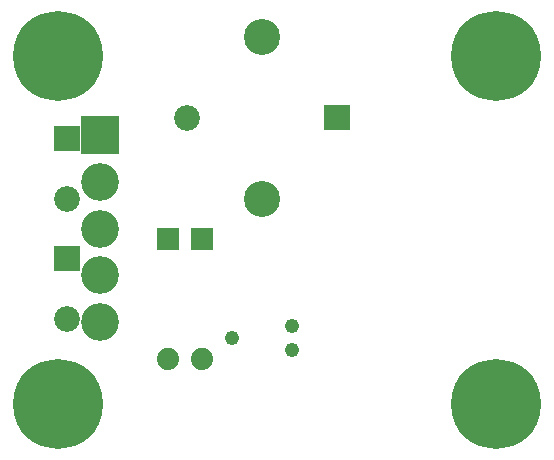
<source format=gbr>
G04 start of page 8 for group -4062 idx -4062 *
G04 Title: (unknown), soldermask *
G04 Creator: pcb 20140316 *
G04 CreationDate: Wed 15 Apr 2020 03:26:38 PM GMT UTC *
G04 For: railfan *
G04 Format: Gerber/RS-274X *
G04 PCB-Dimensions (mil): 1800.00 1500.00 *
G04 PCB-Coordinate-Origin: lower left *
%MOIN*%
%FSLAX25Y25*%
%LNBOTTOMMASK*%
%ADD78C,0.0490*%
%ADD77C,0.0740*%
%ADD76C,0.1200*%
%ADD75C,0.1260*%
%ADD74C,0.0001*%
%ADD73C,0.2997*%
%ADD72C,0.0860*%
G54D72*X60000Y112500D03*
G54D73*X17000Y133000D03*
G54D74*G36*
X24700Y113000D02*Y100400D01*
X37300D01*
Y113000D01*
X24700D01*
G37*
G54D75*X31000Y91100D03*
G54D74*G36*
X15700Y109800D02*Y101200D01*
X24300D01*
Y109800D01*
X15700D01*
G37*
G36*
X105700Y116800D02*Y108200D01*
X114300D01*
Y116800D01*
X105700D01*
G37*
G54D76*X85000Y85500D03*
Y139500D03*
G54D73*X163000Y133000D03*
X17000Y17000D03*
G54D75*X31000Y75500D03*
Y59900D03*
Y44300D03*
G54D74*G36*
X15700Y69800D02*Y61200D01*
X24300D01*
Y69800D01*
X15700D01*
G37*
G54D72*X20000Y45500D03*
Y85500D03*
G54D74*G36*
X49800Y75700D02*Y68300D01*
X57200D01*
Y75700D01*
X49800D01*
G37*
G36*
X61300D02*Y68300D01*
X68700D01*
Y75700D01*
X61300D01*
G37*
G54D77*X53500Y32000D03*
G54D73*X163000Y17000D03*
G54D77*X65000Y32000D03*
G54D78*X75000Y39000D03*
X95000Y43000D03*
Y35000D03*
M02*

</source>
